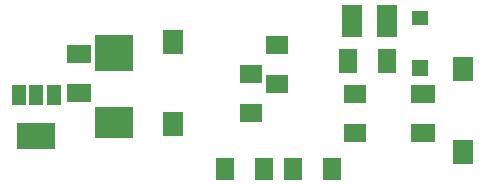
<source format=gbr>
%FSLAX34Y34*%
%MOMM*%
%LNSMDMASK_TOP*%
G71*
G01*
%ADD10R, 2.00X1.50*%
%ADD11R, 3.20X2.00*%
%ADD12R, 1.70X2.80*%
%ADD13R, 1.80X2.00*%
%ADD14R, 1.40X1.35*%
%ADD15R, 1.40X1.30*%
%ADD16R, 1.90X1.50*%
%ADD17R, 1.50X2.00*%
%ADD18R, 3.20X2.20*%
%ADD19R, 1.20X1.70*%
%ADD20R, 1.50X1.90*%
%LPD*%
X160000Y890000D02*
G54D10*
D03*
X160000Y857000D02*
G54D10*
D03*
X160000Y857000D02*
G54D10*
D03*
X160000Y890000D02*
G54D10*
D03*
X190000Y835000D02*
G54D11*
D03*
X190000Y895325D02*
G54D11*
D03*
X190000Y828650D02*
G54D11*
D03*
X190000Y885800D02*
G54D11*
D03*
X391000Y918000D02*
G54D12*
D03*
X421000Y918000D02*
G54D12*
D03*
X451000Y856000D02*
G54D10*
D03*
X451000Y823059D02*
G54D10*
D03*
X240000Y900000D02*
G54D13*
D03*
X240000Y830150D02*
G54D13*
D03*
X485000Y807000D02*
G54D13*
D03*
X485000Y876850D02*
G54D13*
D03*
X449000Y878000D02*
G54D14*
D03*
X449000Y919750D02*
G54D15*
D03*
X328000Y897000D02*
G54D16*
D03*
X328000Y864059D02*
G54D16*
D03*
X306000Y873000D02*
G54D16*
D03*
X306000Y840059D02*
G54D16*
D03*
X394000Y856000D02*
G54D16*
D03*
X394000Y823059D02*
G54D16*
D03*
G36*
X413500Y894000D02*
X428500Y894000D01*
X428500Y874000D01*
X413500Y874000D01*
X413500Y894000D01*
G37*
X388059Y884000D02*
G54D17*
D03*
X124000Y820000D02*
G54D18*
D03*
X139000Y855000D02*
G54D19*
D03*
X124000Y855000D02*
G54D19*
D03*
X109000Y855000D02*
G54D19*
D03*
X317000Y792000D02*
G54D20*
D03*
X284059Y792000D02*
G54D20*
D03*
X374000Y792000D02*
G54D20*
D03*
X341059Y792000D02*
G54D20*
D03*
M02*

</source>
